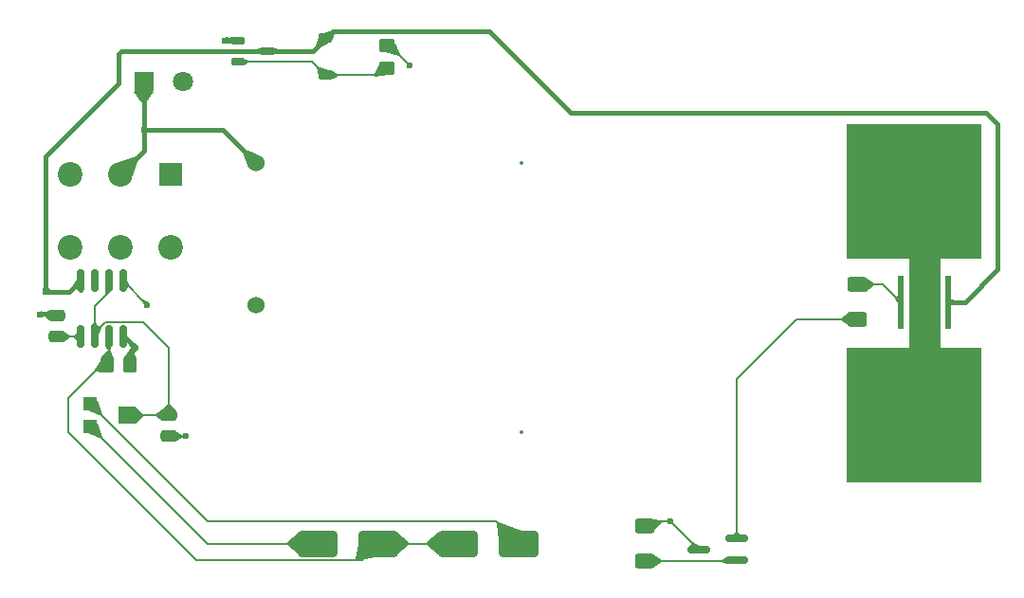
<source format=gtl>
%TF.GenerationSoftware,KiCad,Pcbnew,9.0.6-9.0.6~ubuntu24.04.1*%
%TF.CreationDate,2025-11-29T12:56:03-05:00*%
%TF.ProjectId,CardPCB,43617264-5043-4422-9e6b-696361645f70,rev?*%
%TF.SameCoordinates,Original*%
%TF.FileFunction,Copper,L1,Top*%
%TF.FilePolarity,Positive*%
%FSLAX46Y46*%
G04 Gerber Fmt 4.6, Leading zero omitted, Abs format (unit mm)*
G04 Created by KiCad (PCBNEW 9.0.6-9.0.6~ubuntu24.04.1) date 2025-11-29 12:56:03*
%MOMM*%
%LPD*%
G01*
G04 APERTURE LIST*
G04 Aperture macros list*
%AMRoundRect*
0 Rectangle with rounded corners*
0 $1 Rounding radius*
0 $2 $3 $4 $5 $6 $7 $8 $9 X,Y pos of 4 corners*
0 Add a 4 corners polygon primitive as box body*
4,1,4,$2,$3,$4,$5,$6,$7,$8,$9,$2,$3,0*
0 Add four circle primitives for the rounded corners*
1,1,$1+$1,$2,$3*
1,1,$1+$1,$4,$5*
1,1,$1+$1,$6,$7*
1,1,$1+$1,$8,$9*
0 Add four rect primitives between the rounded corners*
20,1,$1+$1,$2,$3,$4,$5,0*
20,1,$1+$1,$4,$5,$6,$7,0*
20,1,$1+$1,$6,$7,$8,$9,0*
20,1,$1+$1,$8,$9,$2,$3,0*%
G04 Aperture macros list end*
%TA.AperFunction,SMDPad,CuDef*%
%ADD10RoundRect,0.162500X-0.447500X-0.162500X0.447500X-0.162500X0.447500X0.162500X-0.447500X0.162500X0*%
%TD*%
%TA.AperFunction,SMDPad,CuDef*%
%ADD11R,1.200000X1.200000*%
%TD*%
%TA.AperFunction,SMDPad,CuDef*%
%ADD12R,1.500000X1.600000*%
%TD*%
%TA.AperFunction,SMDPad,CuDef*%
%ADD13RoundRect,0.250000X0.625000X-0.400000X0.625000X0.400000X-0.625000X0.400000X-0.625000X-0.400000X0*%
%TD*%
%TA.AperFunction,SMDPad,CuDef*%
%ADD14RoundRect,0.250000X-0.475000X0.250000X-0.475000X-0.250000X0.475000X-0.250000X0.475000X0.250000X0*%
%TD*%
%TA.AperFunction,SMDPad,CuDef*%
%ADD15RoundRect,0.250000X0.450000X-0.350000X0.450000X0.350000X-0.450000X0.350000X-0.450000X-0.350000X0*%
%TD*%
%TA.AperFunction,SMDPad,CuDef*%
%ADD16RoundRect,0.162500X0.837500X0.162500X-0.837500X0.162500X-0.837500X-0.162500X0.837500X-0.162500X0*%
%TD*%
%TA.AperFunction,ComponentPad*%
%ADD17R,2.000000X2.000000*%
%TD*%
%TA.AperFunction,ComponentPad*%
%ADD18C,2.200000*%
%TD*%
%TA.AperFunction,ComponentPad*%
%ADD19R,12.000000X12.000000*%
%TD*%
%TA.AperFunction,SMDPad,CuDef*%
%ADD20RoundRect,0.150000X-0.150000X0.825000X-0.150000X-0.825000X0.150000X-0.825000X0.150000X0.825000X0*%
%TD*%
%TA.AperFunction,SMDPad,CuDef*%
%ADD21RoundRect,0.225000X-0.375000X0.225000X-0.375000X-0.225000X0.375000X-0.225000X0.375000X0.225000X0*%
%TD*%
%TA.AperFunction,SMDPad,CuDef*%
%ADD22RoundRect,0.250000X0.475000X-0.250000X0.475000X0.250000X-0.475000X0.250000X-0.475000X-0.250000X0*%
%TD*%
%TA.AperFunction,SMDPad,CuDef*%
%ADD23RoundRect,0.250000X-1.500000X-0.900000X1.500000X-0.900000X1.500000X0.900000X-1.500000X0.900000X0*%
%TD*%
%TA.AperFunction,SMDPad,CuDef*%
%ADD24RoundRect,0.250000X0.350000X0.450000X-0.350000X0.450000X-0.350000X-0.450000X0.350000X-0.450000X0*%
%TD*%
%TA.AperFunction,SMDPad,CuDef*%
%ADD25R,0.500000X4.780000*%
%TD*%
%TA.AperFunction,SMDPad,CuDef*%
%ADD26R,2.780000X4.780000*%
%TD*%
%TA.AperFunction,ComponentPad*%
%ADD27R,1.800000X1.800000*%
%TD*%
%TA.AperFunction,ComponentPad*%
%ADD28C,1.800000*%
%TD*%
%TA.AperFunction,SMDPad,CuDef*%
%ADD29RoundRect,0.250000X-0.625000X0.400000X-0.625000X-0.400000X0.625000X-0.400000X0.625000X0.400000X0*%
%TD*%
%TA.AperFunction,ComponentPad*%
%ADD30C,1.530000*%
%TD*%
%TA.AperFunction,ViaPad*%
%ADD31C,0.600000*%
%TD*%
%TA.AperFunction,Conductor*%
%ADD32C,0.400000*%
%TD*%
%TA.AperFunction,Conductor*%
%ADD33C,0.200000*%
%TD*%
%TA.AperFunction,Conductor*%
%ADD34C,2.800000*%
%TD*%
%ADD35C,0.300000*%
%ADD36C,0.350000*%
%ADD37C,0.100000*%
G04 APERTURE END LIST*
D10*
%TO.P,Q2,1,D*%
%TO.N,Net-(Q2-D)*%
X123190000Y-58550000D03*
%TO.P,Q2,2,G*%
%TO.N,Net-(D2-A)*%
X123190000Y-60450000D03*
%TO.P,Q2,3,S*%
%TO.N,VCC*%
X125810000Y-59500000D03*
%TD*%
D11*
%TO.P,RV1,1,1*%
%TO.N,Net-(D4-A)*%
X110000000Y-91000000D03*
D12*
%TO.P,RV1,2,2*%
%TO.N,Net-(U1-THR)*%
X113250000Y-92000000D03*
D11*
%TO.P,RV1,3,3*%
%TO.N,Net-(D3-K)*%
X110000000Y-93000000D03*
%TD*%
D13*
%TO.P,R3,1*%
%TO.N,Net-(Q1-G)*%
X159500000Y-105050000D03*
%TO.P,R3,2*%
%TO.N,-BATT*%
X159500000Y-101950000D03*
%TD*%
D14*
%TO.P,C1,1*%
%TO.N,Net-(U1-THR)*%
X117000000Y-92000000D03*
%TO.P,C1,2*%
%TO.N,-BATT*%
X117000000Y-93900000D03*
%TD*%
D15*
%TO.P,R1,1*%
%TO.N,Net-(D2-A)*%
X136500000Y-61000000D03*
%TO.P,R1,2*%
%TO.N,-BATT*%
X136500000Y-59000000D03*
%TD*%
D16*
%TO.P,Q1,1,G*%
%TO.N,Net-(Q1-G)*%
X167710000Y-104950000D03*
%TO.P,Q1,2,D*%
%TO.N,Net-(Q1-D)*%
X167710000Y-103050000D03*
%TO.P,Q1,3,S*%
%TO.N,-BATT*%
X164290000Y-104000000D03*
%TD*%
D17*
%TO.P,SW1,1,A*%
%TO.N,Net-(Q2-D)*%
X117170000Y-70500000D03*
D18*
%TO.P,SW1,2,B*%
%TO.N,+BATT*%
X112670000Y-70500000D03*
%TO.P,SW1,3,C*%
%TO.N,unconnected-(SW1A-C-Pad3)*%
X108170000Y-70500000D03*
%TO.P,SW1,4,A*%
%TO.N,unconnected-(SW1B-A-Pad4)*%
X108170000Y-77000000D03*
%TO.P,SW1,5,B*%
%TO.N,unconnected-(SW1B-B-Pad5)*%
X112670000Y-77000000D03*
%TO.P,SW1,6,C*%
%TO.N,unconnected-(SW1B-C-Pad6)*%
X117170000Y-77000000D03*
%TD*%
D19*
%TO.P,H1,1,1*%
%TO.N,Net-(D6-PAD)*%
X183500000Y-72000000D03*
%TD*%
%TO.P,H2,1,1*%
%TO.N,Net-(D6-PAD)*%
X183500000Y-92000000D03*
%TD*%
D20*
%TO.P,U1,1,GND*%
%TO.N,-BATT*%
X112905000Y-80025000D03*
%TO.P,U1,2,TR*%
%TO.N,Net-(U1-THR)*%
X111635000Y-80025000D03*
%TO.P,U1,3,Q*%
%TO.N,unconnected-(U1-Q-Pad3)*%
X110365000Y-80025000D03*
%TO.P,U1,4,R*%
%TO.N,VCC*%
X109095000Y-80025000D03*
%TO.P,U1,5,CV*%
%TO.N,Net-(U1-CV)*%
X109095000Y-84975000D03*
%TO.P,U1,6,THR*%
%TO.N,Net-(U1-THR)*%
X110365000Y-84975000D03*
%TO.P,U1,7,DIS*%
%TO.N,Net-(D3-A)*%
X111635000Y-84975000D03*
%TO.P,U1,8,VCC*%
%TO.N,VCC*%
X112905000Y-84975000D03*
%TD*%
D21*
%TO.P,D2,1,K*%
%TO.N,VCC*%
X131000000Y-58350000D03*
%TO.P,D2,2,A*%
%TO.N,Net-(D2-A)*%
X131000000Y-61650000D03*
%TD*%
D22*
%TO.P,C2,1*%
%TO.N,Net-(U1-CV)*%
X107000000Y-85000000D03*
%TO.P,C2,2*%
%TO.N,-BATT*%
X107000000Y-83100000D03*
%TD*%
D23*
%TO.P,D4,1,K*%
%TO.N,Net-(D3-A)*%
X142800000Y-103500000D03*
%TO.P,D4,2,A*%
%TO.N,Net-(D4-A)*%
X148200000Y-103500000D03*
%TD*%
D24*
%TO.P,R2,1*%
%TO.N,VCC*%
X113500000Y-87500000D03*
%TO.P,R2,2*%
%TO.N,Net-(D3-A)*%
X111500000Y-87500000D03*
%TD*%
D25*
%TO.P,D6,1,K*%
%TO.N,Net-(D6-K)*%
X182320000Y-81925000D03*
%TO.P,D6,2,A*%
%TO.N,VCC*%
X186600000Y-81925000D03*
D26*
%TO.P,D6,3,PAD*%
%TO.N,Net-(D6-PAD)*%
X184460000Y-81925000D03*
%TD*%
D27*
%TO.P,BT2,1,+*%
%TO.N,+BATT*%
X114750000Y-62250000D03*
D28*
%TO.P,BT2,2,-*%
%TO.N,-BATT*%
X118250000Y-62250000D03*
%TD*%
D29*
%TO.P,R4,1*%
%TO.N,Net-(D6-K)*%
X178500000Y-80350000D03*
%TO.P,R4,2*%
%TO.N,Net-(Q1-D)*%
X178500000Y-83450000D03*
%TD*%
D30*
%TO.P,BT1,1,+*%
%TO.N,+BATT*%
X124780000Y-69500000D03*
%TO.P,BT1,2,-*%
%TO.N,-BATT*%
X124780000Y-82200000D03*
%TD*%
D23*
%TO.P,D3,1,K*%
%TO.N,Net-(D3-K)*%
X130300000Y-103500000D03*
%TO.P,D3,2,A*%
%TO.N,Net-(D3-A)*%
X135700000Y-103500000D03*
%TD*%
D31*
%TO.N,+BATT*%
X114750000Y-66500000D03*
%TO.N,-BATT*%
X161750000Y-101500000D03*
X138500000Y-60750000D03*
X118500000Y-93900000D03*
X115080000Y-82200000D03*
X105500000Y-83000000D03*
%TO.N,Net-(Q2-D)*%
X122000000Y-58550000D03*
%TO.N,VCC*%
X106000000Y-81000000D03*
X114000000Y-86000000D03*
%TD*%
D32*
%TO.N,+BATT*%
X114750000Y-62250000D02*
X114750000Y-68420000D01*
X114750000Y-68420000D02*
X112670000Y-70500000D01*
X114750000Y-62250000D02*
X114750000Y-66500000D01*
X114750000Y-66500000D02*
X121780000Y-66500000D01*
X121780000Y-66500000D02*
X124780000Y-69500000D01*
%TO.N,VCC*%
X106000000Y-81000000D02*
X106000000Y-68880452D01*
X106000000Y-68880452D02*
X112500000Y-62380452D01*
X112750000Y-59500000D02*
X125810000Y-59500000D01*
X112500000Y-62380452D02*
X112500000Y-59750000D01*
X112500000Y-59750000D02*
X112750000Y-59500000D01*
X109095000Y-80025000D02*
X108120000Y-81000000D01*
X108120000Y-81000000D02*
X106000000Y-81000000D01*
X186600000Y-81925000D02*
X188075000Y-81925000D01*
X188075000Y-81925000D02*
X191000000Y-79000000D01*
X190000000Y-65000000D02*
X152899000Y-65000000D01*
X191000000Y-79000000D02*
X191000000Y-66000000D01*
X191000000Y-66000000D02*
X190000000Y-65000000D01*
X145649000Y-57750000D02*
X131600000Y-57750000D01*
X152899000Y-65000000D02*
X145649000Y-57750000D01*
X131600000Y-57750000D02*
X131000000Y-58350000D01*
D33*
%TO.N,-BATT*%
X105500000Y-83000000D02*
X106900000Y-83000000D01*
X106900000Y-83000000D02*
X107000000Y-83100000D01*
X136500000Y-59000000D02*
X136750000Y-59000000D01*
X136750000Y-59000000D02*
X138500000Y-60750000D01*
X164290000Y-104000000D02*
X161790000Y-101500000D01*
X161790000Y-101500000D02*
X161750000Y-101500000D01*
X164290000Y-104000000D02*
X164250000Y-104000000D01*
X161750000Y-101500000D02*
X159950000Y-101500000D01*
X118500000Y-93900000D02*
X117000000Y-93900000D01*
X112905000Y-80025000D02*
X115080000Y-82200000D01*
X159950000Y-101500000D02*
X159500000Y-101950000D01*
%TO.N,Net-(U1-THR)*%
X117000000Y-86000000D02*
X114699000Y-83699000D01*
X117000000Y-92000000D02*
X117000000Y-86000000D01*
X117000000Y-92000000D02*
X113250000Y-92000000D01*
X110365000Y-84628032D02*
X110365000Y-84975000D01*
X111635000Y-80025000D02*
X111635000Y-80999999D01*
X111635000Y-80999999D02*
X110365000Y-82269999D01*
X110365000Y-82269999D02*
X110365000Y-84975000D01*
X111294032Y-83699000D02*
X110365000Y-84628032D01*
X114699000Y-83699000D02*
X111294032Y-83699000D01*
%TO.N,Net-(U1-CV)*%
X109070000Y-85000000D02*
X109095000Y-84975000D01*
X107000000Y-85000000D02*
X109070000Y-85000000D01*
D32*
%TO.N,Net-(Q2-D)*%
X123190000Y-58550000D02*
X122000000Y-58550000D01*
D33*
%TO.N,Net-(D2-A)*%
X123190000Y-60450000D02*
X129800000Y-60450000D01*
X129800000Y-60450000D02*
X131000000Y-61650000D01*
X135850000Y-61650000D02*
X136500000Y-61000000D01*
X131000000Y-61650000D02*
X135850000Y-61650000D01*
D32*
%TO.N,VCC*%
X125810000Y-59500000D02*
X129850000Y-59500000D01*
X112905000Y-84628032D02*
X112905000Y-84975000D01*
X129850000Y-59500000D02*
X131000000Y-58350000D01*
X109095000Y-80025000D02*
X109095000Y-80818032D01*
X113500000Y-87500000D02*
X113500000Y-86500000D01*
X113500000Y-86500000D02*
X114000000Y-86000000D01*
X112975000Y-84975000D02*
X114000000Y-86000000D01*
X112905000Y-84975000D02*
X112975000Y-84975000D01*
D33*
%TO.N,Net-(D3-K)*%
X120500000Y-103500000D02*
X110000000Y-93000000D01*
X130300000Y-103500000D02*
X120500000Y-103500000D01*
%TO.N,Net-(D3-A)*%
X135700000Y-103500000D02*
X134249000Y-104951000D01*
X108000000Y-93500000D02*
X108000000Y-90500000D01*
X111635000Y-84975000D02*
X111635000Y-87365000D01*
X135700000Y-103500000D02*
X142800000Y-103500000D01*
X111635000Y-87365000D02*
X111500000Y-87500000D01*
X111000000Y-87500000D02*
X111500000Y-87500000D01*
X119451000Y-104951000D02*
X108000000Y-93500000D01*
X108000000Y-90500000D02*
X111000000Y-87500000D01*
X134249000Y-104951000D02*
X119451000Y-104951000D01*
%TO.N,Net-(D4-A)*%
X146200000Y-101500000D02*
X120500000Y-101500000D01*
X120500000Y-101500000D02*
X110000000Y-91000000D01*
X148200000Y-103500000D02*
X146200000Y-101500000D01*
%TO.N,Net-(D6-K)*%
X180745000Y-80350000D02*
X182320000Y-81925000D01*
X178500000Y-80350000D02*
X180745000Y-80350000D01*
%TO.N,Net-(Q1-D)*%
X173050000Y-83450000D02*
X178500000Y-83450000D01*
X167710000Y-88790000D02*
X173050000Y-83450000D01*
X167710000Y-103050000D02*
X167710000Y-88790000D01*
%TO.N,Net-(Q1-G)*%
X167610000Y-105050000D02*
X167710000Y-104950000D01*
X159500000Y-105050000D02*
X167610000Y-105050000D01*
D34*
%TO.N,Net-(D6-PAD)*%
X184460000Y-72960000D02*
X183500000Y-72000000D01*
X184460000Y-81925000D02*
X184460000Y-91040000D01*
X184460000Y-81925000D02*
X184460000Y-72960000D01*
X184460000Y-91040000D02*
X183500000Y-92000000D01*
%TD*%
%TA.AperFunction,Conductor*%
%TO.N,+BATT*%
G36*
X114758269Y-62257278D02*
G01*
X114758278Y-62257287D01*
X115642704Y-63142696D01*
X115646126Y-63150971D01*
X115643661Y-63158148D01*
X114953513Y-64045483D01*
X114945729Y-64049910D01*
X114944278Y-64050000D01*
X114555722Y-64050000D01*
X114547449Y-64046573D01*
X114546487Y-64045483D01*
X113856338Y-63158148D01*
X113853963Y-63149514D01*
X113857294Y-63142697D01*
X114741722Y-62257286D01*
X114749994Y-62253856D01*
X114758269Y-62257278D01*
G37*
%TD.AperFunction*%
%TD*%
%TA.AperFunction,Conductor*%
%TO.N,+BATT*%
G36*
X114000579Y-68891527D02*
G01*
X114003730Y-68893773D01*
X114276226Y-69166269D01*
X114279653Y-69174542D01*
X114279013Y-69178359D01*
X113752191Y-70704956D01*
X113746253Y-70711658D01*
X113738857Y-70712616D01*
X112676974Y-70502228D01*
X112669525Y-70497259D01*
X112667771Y-70493025D01*
X112457383Y-69431142D01*
X112459137Y-69422360D01*
X112465041Y-69417809D01*
X113991642Y-68890986D01*
X114000579Y-68891527D01*
G37*
%TD.AperFunction*%
%TD*%
%TA.AperFunction,Conductor*%
%TO.N,+BATT*%
G36*
X114758269Y-62257278D02*
G01*
X114758278Y-62257287D01*
X115642704Y-63142696D01*
X115646126Y-63150971D01*
X115643661Y-63158148D01*
X114953513Y-64045483D01*
X114945729Y-64049910D01*
X114944278Y-64050000D01*
X114555722Y-64050000D01*
X114547449Y-64046573D01*
X114546487Y-64045483D01*
X113856338Y-63158148D01*
X113853963Y-63149514D01*
X113857294Y-63142697D01*
X114741722Y-62257286D01*
X114749994Y-62253856D01*
X114758269Y-62257278D01*
G37*
%TD.AperFunction*%
%TD*%
%TA.AperFunction,Conductor*%
%TO.N,+BATT*%
G36*
X123857209Y-68290192D02*
G01*
X124531467Y-68577211D01*
X125192039Y-68858404D01*
X125198309Y-68864797D01*
X125198221Y-68873752D01*
X125197193Y-68875657D01*
X124782006Y-69498757D01*
X124778757Y-69502006D01*
X124155657Y-69917193D01*
X124146872Y-69918928D01*
X124139432Y-69913944D01*
X124138404Y-69912039D01*
X123570193Y-68577211D01*
X123570105Y-68568256D01*
X123572683Y-68564357D01*
X123844356Y-68292684D01*
X123852628Y-68289258D01*
X123857209Y-68290192D01*
G37*
%TD.AperFunction*%
%TD*%
%TA.AperFunction,Conductor*%
%TO.N,VCC*%
G36*
X106198452Y-80409191D02*
G01*
X106201702Y-80415437D01*
X106292259Y-80930239D01*
X106290317Y-80938981D01*
X106283056Y-80943734D01*
X106002320Y-81000530D01*
X105997680Y-81000530D01*
X105716943Y-80943734D01*
X105709514Y-80938734D01*
X105707740Y-80930239D01*
X105798298Y-80415437D01*
X105803106Y-80407883D01*
X105809821Y-80405764D01*
X106190179Y-80405764D01*
X106198452Y-80409191D01*
G37*
%TD.AperFunction*%
%TD*%
%TA.AperFunction,Conductor*%
%TO.N,VCC*%
G36*
X125304351Y-59189845D02*
G01*
X125304550Y-59189963D01*
X125725160Y-59447451D01*
X125794699Y-59490021D01*
X125799965Y-59497264D01*
X125798569Y-59506109D01*
X125794699Y-59509979D01*
X125304580Y-59810018D01*
X125295735Y-59811414D01*
X125295489Y-59811352D01*
X125111932Y-59762743D01*
X124883705Y-59702305D01*
X124876585Y-59696875D01*
X124875000Y-59690995D01*
X124875000Y-59309004D01*
X124878427Y-59300731D01*
X124883702Y-59297695D01*
X125295478Y-59188650D01*
X125304351Y-59189845D01*
G37*
%TD.AperFunction*%
%TD*%
%TA.AperFunction,Conductor*%
%TO.N,VCC*%
G36*
X108803576Y-79904259D02*
G01*
X109084849Y-80019831D01*
X109091199Y-80026145D01*
X109091224Y-80035100D01*
X109091209Y-80035136D01*
X108801705Y-80733098D01*
X108795370Y-80739427D01*
X108786415Y-80739422D01*
X108782625Y-80736888D01*
X108448455Y-80402718D01*
X108445028Y-80394445D01*
X108447206Y-80387646D01*
X108789610Y-79908280D01*
X108797207Y-79903541D01*
X108803576Y-79904259D01*
G37*
%TD.AperFunction*%
%TD*%
%TA.AperFunction,Conductor*%
%TO.N,VCC*%
G36*
X106584563Y-80798298D02*
G01*
X106592117Y-80803106D01*
X106594236Y-80809821D01*
X106594236Y-81190178D01*
X106590809Y-81198451D01*
X106584563Y-81201701D01*
X106069760Y-81292259D01*
X106061018Y-81290317D01*
X106056265Y-81283056D01*
X106039462Y-81200000D01*
X105999469Y-81002318D01*
X105999469Y-80997680D01*
X106037475Y-80809821D01*
X106056265Y-80716942D01*
X106061265Y-80709514D01*
X106069760Y-80707740D01*
X106584563Y-80798298D01*
G37*
%TD.AperFunction*%
%TD*%
%TA.AperFunction,Conductor*%
%TO.N,VCC*%
G36*
X186856124Y-81676224D02*
G01*
X187090595Y-81723119D01*
X187098035Y-81728102D01*
X187100000Y-81734592D01*
X187100000Y-82115408D01*
X187096573Y-82123681D01*
X187090595Y-82126881D01*
X186856126Y-82173774D01*
X186847341Y-82172036D01*
X186845574Y-82170591D01*
X186607323Y-81933290D01*
X186603880Y-81925023D01*
X186607290Y-81916743D01*
X186607323Y-81916710D01*
X186845574Y-81679407D01*
X186853854Y-81675998D01*
X186856124Y-81676224D01*
G37*
%TD.AperFunction*%
%TD*%
%TA.AperFunction,Conductor*%
%TO.N,VCC*%
G36*
X131813539Y-57556077D02*
G01*
X131819574Y-57562692D01*
X131820271Y-57566670D01*
X131820271Y-57947615D01*
X131819339Y-57952192D01*
X131603712Y-58459487D01*
X131597322Y-58465760D01*
X131590686Y-58466390D01*
X131005735Y-58351324D01*
X130998279Y-58346365D01*
X130996870Y-58343474D01*
X130869164Y-57952192D01*
X130855647Y-57910776D01*
X130856338Y-57901850D01*
X130862791Y-57896145D01*
X131804595Y-57555667D01*
X131813539Y-57556077D01*
G37*
%TD.AperFunction*%
%TD*%
%TA.AperFunction,Conductor*%
%TO.N,-BATT*%
G36*
X106434848Y-82623674D02*
G01*
X106666288Y-82818393D01*
X106988956Y-83089867D01*
X106993081Y-83097815D01*
X106990377Y-83106351D01*
X106987826Y-83108612D01*
X106355060Y-83522306D01*
X106346261Y-83523965D01*
X106341671Y-83521898D01*
X105779713Y-83103508D01*
X105775123Y-83095818D01*
X105775000Y-83094123D01*
X105775000Y-82907709D01*
X105778427Y-82899436D01*
X105782084Y-82896958D01*
X106422701Y-82621875D01*
X106431654Y-82621761D01*
X106434848Y-82623674D01*
G37*
%TD.AperFunction*%
%TD*%
%TA.AperFunction,Conductor*%
%TO.N,-BATT*%
G36*
X105571282Y-82710389D02*
G01*
X106086525Y-82897204D01*
X106093134Y-82903244D01*
X106094236Y-82908202D01*
X106094236Y-83091797D01*
X106090809Y-83100070D01*
X106086524Y-83102796D01*
X105571290Y-83289608D01*
X105562344Y-83289207D01*
X105556303Y-83282597D01*
X105555837Y-83280939D01*
X105499469Y-83002318D01*
X105499469Y-82997680D01*
X105555835Y-82719067D01*
X105560834Y-82711641D01*
X105569622Y-82709922D01*
X105571282Y-82710389D01*
G37*
%TD.AperFunction*%
%TD*%
%TA.AperFunction,Conductor*%
%TO.N,-BATT*%
G36*
X137199254Y-58786877D02*
G01*
X137204350Y-58792189D01*
X137674827Y-59779500D01*
X137675292Y-59788443D01*
X137672538Y-59792806D01*
X137541720Y-59923624D01*
X137533447Y-59927051D01*
X137530456Y-59926662D01*
X136307160Y-59603205D01*
X136300038Y-59597777D01*
X136298840Y-59588903D01*
X136299065Y-59588155D01*
X136497371Y-59004944D01*
X136503279Y-58998216D01*
X136504992Y-58997534D01*
X137190339Y-58786042D01*
X137199254Y-58786877D01*
G37*
%TD.AperFunction*%
%TD*%
%TA.AperFunction,Conductor*%
%TO.N,-BATT*%
G36*
X163813391Y-103378118D02*
G01*
X164097063Y-103515901D01*
X164414729Y-103670196D01*
X164420673Y-103676893D01*
X164420438Y-103685169D01*
X164295169Y-103989853D01*
X164288854Y-103996202D01*
X164279900Y-103996224D01*
X164111842Y-103926524D01*
X163521547Y-103681705D01*
X163515218Y-103675371D01*
X163515222Y-103666416D01*
X163517754Y-103662627D01*
X163664480Y-103515901D01*
X163800011Y-103380369D01*
X163808283Y-103376943D01*
X163813391Y-103378118D01*
G37*
%TD.AperFunction*%
%TD*%
%TA.AperFunction,Conductor*%
%TO.N,-BATT*%
G36*
X160130717Y-101300642D02*
G01*
X161004660Y-101398832D01*
X161012499Y-101403161D01*
X161015054Y-101410459D01*
X161015054Y-101595749D01*
X161012325Y-101603259D01*
X160377031Y-102362165D01*
X160369093Y-102366309D01*
X160362992Y-102365201D01*
X159513582Y-101957007D01*
X159507610Y-101950334D01*
X159508104Y-101941393D01*
X159510218Y-101938351D01*
X160121000Y-101304152D01*
X160129205Y-101300572D01*
X160130717Y-101300642D01*
G37*
%TD.AperFunction*%
%TD*%
%TA.AperFunction,Conductor*%
%TO.N,-BATT*%
G36*
X117577785Y-93423172D02*
G01*
X118219187Y-93796615D01*
X118224612Y-93803739D01*
X118225000Y-93806726D01*
X118225000Y-93993273D01*
X118221573Y-94001546D01*
X118219187Y-94003384D01*
X117577788Y-94376826D01*
X117568914Y-94378027D01*
X117564369Y-94375668D01*
X117009641Y-93908953D01*
X117005516Y-93901004D01*
X117008220Y-93892468D01*
X117009641Y-93891047D01*
X117564371Y-93424330D01*
X117572905Y-93421627D01*
X117577785Y-93423172D01*
G37*
%TD.AperFunction*%
%TD*%
%TA.AperFunction,Conductor*%
%TO.N,-BATT*%
G36*
X113203903Y-79904891D02*
G01*
X113209859Y-79910455D01*
X113267722Y-80026181D01*
X113484071Y-80458878D01*
X113484706Y-80467810D01*
X113481879Y-80472383D01*
X113346421Y-80607842D01*
X113217374Y-80736888D01*
X113209101Y-80740315D01*
X113200828Y-80736888D01*
X113198295Y-80733100D01*
X112908789Y-80035134D01*
X112908785Y-80026181D01*
X112915112Y-80019847D01*
X113194948Y-79904866D01*
X113203903Y-79904891D01*
G37*
%TD.AperFunction*%
%TD*%
%TA.AperFunction,Conductor*%
%TO.N,-BATT*%
G36*
X114737949Y-81712576D02*
G01*
X115048713Y-81857953D01*
X115234373Y-81944806D01*
X115240414Y-81951416D01*
X115240013Y-81960362D01*
X115239164Y-81961872D01*
X115082015Y-82198734D01*
X115078734Y-82202015D01*
X114841872Y-82359164D01*
X114833084Y-82360883D01*
X114825655Y-82355883D01*
X114824806Y-82354373D01*
X114751997Y-82198734D01*
X114592576Y-81857951D01*
X114592176Y-81849007D01*
X114594900Y-81844724D01*
X114724723Y-81714901D01*
X114732995Y-81711475D01*
X114737949Y-81712576D01*
G37*
%TD.AperFunction*%
%TD*%
%TA.AperFunction,Conductor*%
%TO.N,Net-(U1-THR)*%
G36*
X117102615Y-91003427D02*
G01*
X117103513Y-91004435D01*
X117493502Y-91496769D01*
X117495953Y-91505382D01*
X117492571Y-91512340D01*
X117008240Y-91992825D01*
X116999953Y-91996219D01*
X116991760Y-91992825D01*
X116507428Y-91512340D01*
X116503968Y-91504081D01*
X116506496Y-91496770D01*
X116896487Y-91004435D01*
X116904310Y-91000078D01*
X116905658Y-91000000D01*
X117094342Y-91000000D01*
X117102615Y-91003427D01*
G37*
%TD.AperFunction*%
%TD*%
%TA.AperFunction,Conductor*%
%TO.N,Net-(U1-THR)*%
G36*
X116435630Y-91524331D02*
G01*
X116990358Y-91991047D01*
X116994483Y-91998996D01*
X116991779Y-92007532D01*
X116990358Y-92008953D01*
X116435630Y-92475668D01*
X116427094Y-92478372D01*
X116422212Y-92476826D01*
X116176045Y-92333500D01*
X115780813Y-92103384D01*
X115775388Y-92096260D01*
X115775000Y-92093273D01*
X115775000Y-91906726D01*
X115778427Y-91898453D01*
X115780810Y-91896617D01*
X116422213Y-91523172D01*
X116431085Y-91521972D01*
X116435630Y-91524331D01*
G37*
%TD.AperFunction*%
%TD*%
%TA.AperFunction,Conductor*%
%TO.N,Net-(U1-THR)*%
G36*
X114008227Y-91257130D02*
G01*
X114745963Y-91896501D01*
X114749970Y-91904509D01*
X114750000Y-91905343D01*
X114750000Y-92094656D01*
X114746573Y-92102929D01*
X114745963Y-92103498D01*
X114008227Y-92742869D01*
X113999730Y-92745697D01*
X113992296Y-92742306D01*
X113257290Y-92008279D01*
X113253858Y-92000008D01*
X113257279Y-91991732D01*
X113257290Y-91991721D01*
X113352637Y-91896501D01*
X113992297Y-91257692D01*
X114000572Y-91254272D01*
X114008227Y-91257130D01*
G37*
%TD.AperFunction*%
%TD*%
%TA.AperFunction,Conductor*%
%TO.N,Net-(U1-THR)*%
G36*
X111641003Y-80068118D02*
G01*
X111641996Y-80071516D01*
X111764911Y-80994409D01*
X111762606Y-81003063D01*
X111761745Y-81004065D01*
X111501847Y-81274244D01*
X111493642Y-81277831D01*
X111485304Y-81274565D01*
X111485142Y-81274406D01*
X111355302Y-81144566D01*
X111351895Y-81136982D01*
X111335142Y-80852415D01*
X111335827Y-80847727D01*
X111619405Y-80069055D01*
X111625455Y-80062456D01*
X111634402Y-80062067D01*
X111641003Y-80068118D01*
G37*
%TD.AperFunction*%
%TD*%
%TA.AperFunction,Conductor*%
%TO.N,Net-(U1-THR)*%
G36*
X110465914Y-83703427D02*
G01*
X110468187Y-83706634D01*
X110651547Y-84088362D01*
X110652123Y-84097061D01*
X110376122Y-84941953D01*
X110370295Y-84948753D01*
X110361367Y-84949442D01*
X110354567Y-84943615D01*
X110353878Y-84941953D01*
X110077876Y-84097061D01*
X110078452Y-84088362D01*
X110261813Y-83706634D01*
X110268484Y-83700660D01*
X110272359Y-83700000D01*
X110457641Y-83700000D01*
X110465914Y-83703427D01*
G37*
%TD.AperFunction*%
%TD*%
%TA.AperFunction,Conductor*%
%TO.N,Net-(U1-THR)*%
G36*
X110802364Y-84044726D02*
G01*
X110809308Y-84048077D01*
X110942772Y-84181541D01*
X110946199Y-84189814D01*
X110945626Y-84193429D01*
X110668440Y-85046605D01*
X110662625Y-85053415D01*
X110654253Y-85054283D01*
X110375169Y-84978654D01*
X110368080Y-84973182D01*
X110366829Y-84964728D01*
X110582734Y-84030069D01*
X110587935Y-84022779D01*
X110595462Y-84021078D01*
X110802364Y-84044726D01*
G37*
%TD.AperFunction*%
%TD*%
%TA.AperFunction,Conductor*%
%TO.N,Net-(U1-CV)*%
G36*
X108801978Y-84693932D02*
G01*
X109087514Y-84966888D01*
X109091126Y-84975082D01*
X109087886Y-84983430D01*
X109087859Y-84983458D01*
X108801586Y-85280936D01*
X108793381Y-85284521D01*
X108786948Y-85282740D01*
X108500492Y-85103437D01*
X108495298Y-85096143D01*
X108495000Y-85093520D01*
X108495000Y-84906046D01*
X108498427Y-84897773D01*
X108499927Y-84896505D01*
X108787125Y-84692844D01*
X108795856Y-84690855D01*
X108801978Y-84693932D01*
G37*
%TD.AperFunction*%
%TD*%
%TA.AperFunction,Conductor*%
%TO.N,Net-(U1-CV)*%
G36*
X107577785Y-84523172D02*
G01*
X108219187Y-84896615D01*
X108224612Y-84903739D01*
X108225000Y-84906726D01*
X108225000Y-85093273D01*
X108221573Y-85101546D01*
X108219187Y-85103384D01*
X107577788Y-85476826D01*
X107568914Y-85478027D01*
X107564369Y-85475668D01*
X107009641Y-85008953D01*
X107005516Y-85001004D01*
X107008220Y-84992468D01*
X107009641Y-84991047D01*
X107564371Y-84524330D01*
X107572905Y-84521627D01*
X107577785Y-84523172D01*
G37*
%TD.AperFunction*%
%TD*%
%TA.AperFunction,Conductor*%
%TO.N,Net-(Q2-D)*%
G36*
X122684351Y-58239845D02*
G01*
X122684550Y-58239963D01*
X123105160Y-58497451D01*
X123174699Y-58540021D01*
X123179965Y-58547264D01*
X123178569Y-58556109D01*
X123174699Y-58559979D01*
X122684580Y-58860018D01*
X122675735Y-58861414D01*
X122675489Y-58861352D01*
X122491932Y-58812743D01*
X122263705Y-58752305D01*
X122256585Y-58746875D01*
X122255000Y-58740995D01*
X122255000Y-58359004D01*
X122258427Y-58350731D01*
X122263702Y-58347695D01*
X122675478Y-58238650D01*
X122684351Y-58239845D01*
G37*
%TD.AperFunction*%
%TD*%
%TA.AperFunction,Conductor*%
%TO.N,Net-(Q2-D)*%
G36*
X122584563Y-58348298D02*
G01*
X122592117Y-58353106D01*
X122594236Y-58359821D01*
X122594236Y-58740178D01*
X122590809Y-58748451D01*
X122584563Y-58751701D01*
X122069760Y-58842259D01*
X122061018Y-58840317D01*
X122056265Y-58833056D01*
X122039462Y-58750000D01*
X121999469Y-58552318D01*
X121999469Y-58547680D01*
X122037475Y-58359821D01*
X122056265Y-58266942D01*
X122061265Y-58259514D01*
X122069760Y-58257740D01*
X122584563Y-58348298D01*
G37*
%TD.AperFunction*%
%TD*%
%TA.AperFunction,Conductor*%
%TO.N,Net-(D2-A)*%
G36*
X123705490Y-60140271D02*
G01*
X124118532Y-60346766D01*
X124124399Y-60353531D01*
X124125000Y-60357231D01*
X124125000Y-60542768D01*
X124121573Y-60551041D01*
X124118532Y-60553233D01*
X123705491Y-60759727D01*
X123696559Y-60760361D01*
X123694150Y-60759241D01*
X123205299Y-60459978D01*
X123200034Y-60452736D01*
X123201430Y-60443891D01*
X123205298Y-60440022D01*
X123694152Y-60140757D01*
X123702995Y-60139362D01*
X123705490Y-60140271D01*
G37*
%TD.AperFunction*%
%TD*%
%TA.AperFunction,Conductor*%
%TO.N,Net-(D2-A)*%
G36*
X130322249Y-60826686D02*
G01*
X131175836Y-61195438D01*
X131182072Y-61201865D01*
X131182014Y-61210636D01*
X131003503Y-61643920D01*
X130997183Y-61650264D01*
X130993379Y-61651142D01*
X130409120Y-61685854D01*
X130400658Y-61682924D01*
X130397264Y-61677681D01*
X130175658Y-60971719D01*
X130176450Y-60962799D01*
X130178545Y-60959945D01*
X130309337Y-60829153D01*
X130317609Y-60825727D01*
X130322249Y-60826686D01*
G37*
%TD.AperFunction*%
%TD*%
%TA.AperFunction,Conductor*%
%TO.N,Net-(D2-A)*%
G36*
X135809942Y-60714464D02*
G01*
X136391004Y-60954551D01*
X136495651Y-60997790D01*
X136501988Y-61004116D01*
X136502489Y-61005591D01*
X136657358Y-61586925D01*
X136656176Y-61595802D01*
X136649064Y-61601243D01*
X136647400Y-61601559D01*
X135380667Y-61748486D01*
X135372054Y-61746035D01*
X135367697Y-61738212D01*
X135367619Y-61736864D01*
X135367619Y-61552836D01*
X135368917Y-61547480D01*
X135795074Y-60719922D01*
X135801908Y-60714135D01*
X135809942Y-60714464D01*
G37*
%TD.AperFunction*%
%TD*%
%TA.AperFunction,Conductor*%
%TO.N,Net-(D2-A)*%
G36*
X131468584Y-61221355D02*
G01*
X132044058Y-61546641D01*
X132049573Y-61553694D01*
X132050000Y-61556825D01*
X132050000Y-61743174D01*
X132046573Y-61751447D01*
X132044057Y-61753359D01*
X131468587Y-62078643D01*
X131459699Y-62079731D01*
X131454831Y-62076997D01*
X131008114Y-61658537D01*
X131004420Y-61650382D01*
X131007575Y-61642001D01*
X131008105Y-61641470D01*
X131454833Y-61223001D01*
X131463212Y-61219847D01*
X131468584Y-61221355D01*
G37*
%TD.AperFunction*%
%TD*%
%TA.AperFunction,Conductor*%
%TO.N,VCC*%
G36*
X126324456Y-59188633D02*
G01*
X126736296Y-59297695D01*
X126743415Y-59303124D01*
X126745000Y-59309004D01*
X126745000Y-59690995D01*
X126741573Y-59699268D01*
X126736295Y-59702305D01*
X126324523Y-59811349D01*
X126315648Y-59810154D01*
X126315419Y-59810018D01*
X126120993Y-59690995D01*
X125825299Y-59509978D01*
X125820034Y-59502736D01*
X125821430Y-59493891D01*
X125825298Y-59490022D01*
X126315421Y-59189980D01*
X126324264Y-59188585D01*
X126324456Y-59188633D01*
G37*
%TD.AperFunction*%
%TD*%
%TA.AperFunction,Conductor*%
%TO.N,VCC*%
G36*
X130993380Y-58348857D02*
G01*
X131001434Y-58352768D01*
X131003503Y-58356079D01*
X131182438Y-58790393D01*
X131182421Y-58799348D01*
X131177325Y-58805065D01*
X130393390Y-59242863D01*
X130384496Y-59243905D01*
X130379412Y-59240921D01*
X130108568Y-58970077D01*
X130105141Y-58961804D01*
X130106198Y-58956944D01*
X130396669Y-58320896D01*
X130403222Y-58314796D01*
X130408002Y-58314079D01*
X130993380Y-58348857D01*
G37*
%TD.AperFunction*%
%TD*%
%TA.AperFunction,Conductor*%
%TO.N,VCC*%
G36*
X113578988Y-86154823D02*
G01*
X113579938Y-86155675D01*
X113851976Y-86427713D01*
X113854439Y-86431336D01*
X114077701Y-86946782D01*
X114077845Y-86955735D01*
X114074975Y-86959960D01*
X113508731Y-87491841D01*
X113500355Y-87495007D01*
X113492193Y-87491323D01*
X113491427Y-87490420D01*
X113009397Y-86860053D01*
X113007094Y-86851400D01*
X113009565Y-86845624D01*
X113562542Y-86156623D01*
X113570391Y-86152318D01*
X113578988Y-86154823D01*
G37*
%TD.AperFunction*%
%TD*%
%TA.AperFunction,Conductor*%
%TO.N,VCC*%
G36*
X113760062Y-85839634D02*
G01*
X113998734Y-85997984D01*
X114002015Y-86001265D01*
X114160365Y-86239937D01*
X114162084Y-86248725D01*
X114157331Y-86255986D01*
X113729277Y-86555972D01*
X113720535Y-86557914D01*
X113714289Y-86554664D01*
X113445335Y-86285710D01*
X113441908Y-86277437D01*
X113444025Y-86270725D01*
X113744015Y-85842666D01*
X113751567Y-85837860D01*
X113760062Y-85839634D01*
G37*
%TD.AperFunction*%
%TD*%
%TA.AperFunction,Conductor*%
%TO.N,VCC*%
G36*
X113210693Y-84844641D02*
G01*
X113551948Y-85267525D01*
X113554477Y-85276116D01*
X113551116Y-85283146D01*
X113275679Y-85558584D01*
X113216903Y-85618241D01*
X113208656Y-85621730D01*
X113200358Y-85618364D01*
X113197933Y-85614905D01*
X112909183Y-84984961D01*
X112908851Y-84976013D01*
X112914942Y-84969451D01*
X113196747Y-84841337D01*
X113205695Y-84841034D01*
X113210693Y-84844641D01*
G37*
%TD.AperFunction*%
%TD*%
%TA.AperFunction,Conductor*%
%TO.N,VCC*%
G36*
X113729275Y-85444026D02*
G01*
X114157331Y-85744013D01*
X114162139Y-85751567D01*
X114160365Y-85760062D01*
X114002015Y-85998734D01*
X113998734Y-86002015D01*
X113760062Y-86160365D01*
X113751274Y-86162084D01*
X113744013Y-86157331D01*
X113444026Y-85729275D01*
X113442085Y-85720535D01*
X113445333Y-85714291D01*
X113714290Y-85445334D01*
X113722562Y-85441908D01*
X113729275Y-85444026D01*
G37*
%TD.AperFunction*%
%TD*%
%TA.AperFunction,Conductor*%
%TO.N,Net-(D3-K)*%
G36*
X110598131Y-92755950D02*
G01*
X110604454Y-92762291D01*
X110604457Y-92762298D01*
X111092004Y-93946340D01*
X111091985Y-93955295D01*
X111089458Y-93959068D01*
X110959068Y-94089458D01*
X110950795Y-94092885D01*
X110946340Y-94092004D01*
X109762298Y-93604457D01*
X109755953Y-93598138D01*
X109755934Y-93589184D01*
X109997437Y-93003790D01*
X110003760Y-92997450D01*
X110589177Y-92755937D01*
X110598131Y-92755950D01*
G37*
%TD.AperFunction*%
%TD*%
%TA.AperFunction,Conductor*%
%TO.N,Net-(D3-K)*%
G36*
X128579202Y-102504210D02*
G01*
X130283487Y-103489872D01*
X130288933Y-103496980D01*
X130287757Y-103505858D01*
X130283487Y-103510128D01*
X128579202Y-104495789D01*
X128570324Y-104496965D01*
X128565611Y-104494441D01*
X127553967Y-103603493D01*
X127550023Y-103595454D01*
X127550000Y-103594713D01*
X127550000Y-103405286D01*
X127553427Y-103397013D01*
X127553967Y-103396506D01*
X128565612Y-102505557D01*
X128574085Y-102502661D01*
X128579202Y-102504210D01*
G37*
%TD.AperFunction*%
%TD*%
%TA.AperFunction,Conductor*%
%TO.N,Net-(D3-A)*%
G36*
X135698554Y-103503460D02*
G01*
X135702040Y-103510714D01*
X135811608Y-104639343D01*
X135808997Y-104647909D01*
X135802120Y-104651973D01*
X133688535Y-105048400D01*
X133679772Y-105046557D01*
X133674879Y-105039058D01*
X133674678Y-105036901D01*
X133674678Y-104852200D01*
X133674922Y-104849823D01*
X133948093Y-103533094D01*
X133953128Y-103525692D01*
X133959385Y-103523774D01*
X135690237Y-103500146D01*
X135698554Y-103503460D01*
G37*
%TD.AperFunction*%
%TD*%
%TA.AperFunction,Conductor*%
%TO.N,Net-(D3-A)*%
G36*
X111735767Y-86203427D02*
G01*
X111738128Y-86206821D01*
X112077466Y-86946689D01*
X112077800Y-86955638D01*
X112074849Y-86960088D01*
X111509019Y-87492512D01*
X111500645Y-87495686D01*
X111492480Y-87492009D01*
X111492038Y-87491512D01*
X110979514Y-86880721D01*
X110976823Y-86872181D01*
X110979493Y-86865708D01*
X111531492Y-86204204D01*
X111539423Y-86200047D01*
X111540475Y-86200000D01*
X111727494Y-86200000D01*
X111735767Y-86203427D01*
G37*
%TD.AperFunction*%
%TD*%
%TA.AperFunction,Conductor*%
%TO.N,Net-(D3-A)*%
G36*
X111645433Y-85006384D02*
G01*
X111646122Y-85008046D01*
X111922123Y-85852938D01*
X111921547Y-85861637D01*
X111738187Y-86243366D01*
X111731516Y-86249340D01*
X111727641Y-86250000D01*
X111542359Y-86250000D01*
X111534086Y-86246573D01*
X111531813Y-86243366D01*
X111348452Y-85861637D01*
X111347876Y-85852939D01*
X111623878Y-85008045D01*
X111629705Y-85001246D01*
X111638633Y-85000557D01*
X111645433Y-85006384D01*
G37*
%TD.AperFunction*%
%TD*%
%TA.AperFunction,Conductor*%
%TO.N,Net-(D3-A)*%
G36*
X141079202Y-102504210D02*
G01*
X142783487Y-103489872D01*
X142788933Y-103496980D01*
X142787757Y-103505858D01*
X142783487Y-103510128D01*
X141079202Y-104495789D01*
X141070324Y-104496965D01*
X141065611Y-104494441D01*
X140053967Y-103603493D01*
X140050023Y-103595454D01*
X140050000Y-103594713D01*
X140050000Y-103405286D01*
X140053427Y-103397013D01*
X140053967Y-103396506D01*
X141065612Y-102505557D01*
X141074085Y-102502661D01*
X141079202Y-102504210D01*
G37*
%TD.AperFunction*%
%TD*%
%TA.AperFunction,Conductor*%
%TO.N,Net-(D3-A)*%
G36*
X137434388Y-102505558D02*
G01*
X138446033Y-103396506D01*
X138449977Y-103404545D01*
X138450000Y-103405286D01*
X138450000Y-103594713D01*
X138446573Y-103602986D01*
X138446033Y-103603493D01*
X137434388Y-104494441D01*
X137425914Y-104497338D01*
X137420797Y-104495789D01*
X135716512Y-103510128D01*
X135711066Y-103503020D01*
X135712242Y-103494142D01*
X135716512Y-103489872D01*
X135877949Y-103396506D01*
X137420797Y-102504209D01*
X137429675Y-102503034D01*
X137434388Y-102505558D01*
G37*
%TD.AperFunction*%
%TD*%
%TA.AperFunction,Conductor*%
%TO.N,Net-(D3-A)*%
G36*
X110909986Y-87138934D02*
G01*
X111491521Y-87493689D01*
X111496799Y-87500923D01*
X111495891Y-87508914D01*
X111153894Y-88192218D01*
X111147126Y-88198082D01*
X111141425Y-88198507D01*
X111020595Y-88177481D01*
X110550094Y-88095608D01*
X110543827Y-88092354D01*
X110411500Y-87960027D01*
X110408073Y-87951754D01*
X110409753Y-87945714D01*
X110893928Y-87142910D01*
X110901133Y-87137597D01*
X110909986Y-87138934D01*
G37*
%TD.AperFunction*%
%TD*%
%TA.AperFunction,Conductor*%
%TO.N,Net-(D4-A)*%
G36*
X110598131Y-90755950D02*
G01*
X110604454Y-90762291D01*
X110604457Y-90762298D01*
X111092004Y-91946340D01*
X111091985Y-91955295D01*
X111089458Y-91959068D01*
X110959068Y-92089458D01*
X110950795Y-92092885D01*
X110946340Y-92092004D01*
X109762298Y-91604457D01*
X109755953Y-91598138D01*
X109755934Y-91589184D01*
X109997437Y-91003790D01*
X110003760Y-90997450D01*
X110589177Y-90755937D01*
X110598131Y-90755950D01*
G37*
%TD.AperFunction*%
%TD*%
%TA.AperFunction,Conductor*%
%TO.N,Net-(D4-A)*%
G36*
X146420672Y-101574864D02*
G01*
X148454682Y-102346384D01*
X148461202Y-102352522D01*
X148461938Y-102359935D01*
X148203228Y-103489697D01*
X148198041Y-103496996D01*
X148189615Y-103498575D01*
X146458368Y-103165822D01*
X146450890Y-103160895D01*
X146448963Y-103155756D01*
X146272877Y-101719266D01*
X146275272Y-101710637D01*
X146276209Y-101709577D01*
X146408256Y-101577530D01*
X146416528Y-101574104D01*
X146420672Y-101574864D01*
G37*
%TD.AperFunction*%
%TD*%
%TA.AperFunction,Conductor*%
%TO.N,Net-(D6-K)*%
G36*
X182074172Y-81333820D02*
G01*
X182076706Y-81337609D01*
X182316205Y-81914856D01*
X182316210Y-81923811D01*
X182309882Y-81930147D01*
X182309839Y-81930165D01*
X182079747Y-82024555D01*
X182070792Y-82024524D01*
X182065005Y-82019278D01*
X181826638Y-81576596D01*
X181825734Y-81567689D01*
X181828666Y-81562780D01*
X181963934Y-81427513D01*
X182057629Y-81333818D01*
X182065899Y-81330393D01*
X182074172Y-81333820D01*
G37*
%TD.AperFunction*%
%TD*%
%TA.AperFunction,Conductor*%
%TO.N,Net-(D6-K)*%
G36*
X179228106Y-79723938D02*
G01*
X180019746Y-80246532D01*
X180024762Y-80253948D01*
X180025000Y-80256295D01*
X180025000Y-80443704D01*
X180021573Y-80451977D01*
X180019746Y-80453468D01*
X179228108Y-80976060D01*
X179219315Y-80977758D01*
X179213962Y-80975104D01*
X178509073Y-80358807D01*
X178505101Y-80350783D01*
X178507967Y-80342299D01*
X178509074Y-80341192D01*
X178608859Y-80253948D01*
X179213964Y-79724893D01*
X179222445Y-79722029D01*
X179228106Y-79723938D01*
G37*
%TD.AperFunction*%
%TD*%
%TA.AperFunction,Conductor*%
%TO.N,Net-(Q1-D)*%
G36*
X177786035Y-82824893D02*
G01*
X178148764Y-83142034D01*
X178490925Y-83441192D01*
X178494898Y-83449217D01*
X178492032Y-83457701D01*
X178490925Y-83458808D01*
X177786038Y-84075104D01*
X177777554Y-84077970D01*
X177771891Y-84076060D01*
X176980254Y-83553468D01*
X176975238Y-83546051D01*
X176975000Y-83543704D01*
X176975000Y-83356295D01*
X176978427Y-83348022D01*
X176980250Y-83346534D01*
X177771893Y-82823938D01*
X177780684Y-82822241D01*
X177786035Y-82824893D01*
G37*
%TD.AperFunction*%
%TD*%
%TA.AperFunction,Conductor*%
%TO.N,Net-(Q1-D)*%
G36*
X167812142Y-102403427D02*
G01*
X167813489Y-102405040D01*
X168029450Y-102716984D01*
X168031341Y-102725737D01*
X168028116Y-102731904D01*
X167718286Y-103042688D01*
X167710018Y-103046128D01*
X167701740Y-103042714D01*
X167701714Y-103042688D01*
X167391883Y-102731904D01*
X167388469Y-102723626D01*
X167390548Y-102716985D01*
X167606511Y-102405040D01*
X167614038Y-102400189D01*
X167616131Y-102400000D01*
X167803869Y-102400000D01*
X167812142Y-102403427D01*
G37*
%TD.AperFunction*%
%TD*%
%TA.AperFunction,Conductor*%
%TO.N,Net-(Q1-G)*%
G36*
X160228106Y-104423938D02*
G01*
X161019746Y-104946532D01*
X161024762Y-104953948D01*
X161025000Y-104956295D01*
X161025000Y-105143704D01*
X161021573Y-105151977D01*
X161019746Y-105153468D01*
X160228108Y-105676060D01*
X160219315Y-105677758D01*
X160213962Y-105675104D01*
X159509073Y-105058807D01*
X159505101Y-105050783D01*
X159507967Y-105042299D01*
X159509074Y-105041192D01*
X159608859Y-104953948D01*
X160213964Y-104424893D01*
X160222445Y-104422029D01*
X160228106Y-104423938D01*
G37*
%TD.AperFunction*%
%TD*%
%TA.AperFunction,Conductor*%
%TO.N,Net-(Q1-G)*%
G36*
X166746415Y-104698592D02*
G01*
X167673677Y-104940272D01*
X167680818Y-104945675D01*
X167682048Y-104954545D01*
X167676645Y-104961686D01*
X167674563Y-104962647D01*
X166813690Y-105261457D01*
X166806858Y-105261714D01*
X166393705Y-105152305D01*
X166386585Y-105146875D01*
X166385000Y-105140995D01*
X166385000Y-104956043D01*
X166388427Y-104947770D01*
X166389928Y-104946502D01*
X166391093Y-104945675D01*
X166736695Y-104700373D01*
X166745425Y-104698380D01*
X166746415Y-104698592D01*
G37*
%TD.AperFunction*%
%TD*%
D35*
X114750000Y-66500000D03*
X161750000Y-101500000D03*
X138500000Y-60750000D03*
X118500000Y-93900000D03*
X115080000Y-82200000D03*
X105500000Y-83000000D03*
X122000000Y-58550000D03*
X106000000Y-81000000D03*
X114000000Y-86000000D03*
D36*
X117170000Y-70500000D03*
X112670000Y-70500000D03*
X108170000Y-70500000D03*
X108170000Y-77000000D03*
X112670000Y-77000000D03*
X117170000Y-77000000D03*
D37*
X183500000Y-72000000D03*
X183500000Y-92000000D03*
D36*
X114750000Y-62250000D03*
X118250000Y-62250000D03*
X148500000Y-93500000D03*
X148500000Y-69500000D03*
X124780000Y-69500000D03*
X124780000Y-82200000D03*
M02*

</source>
